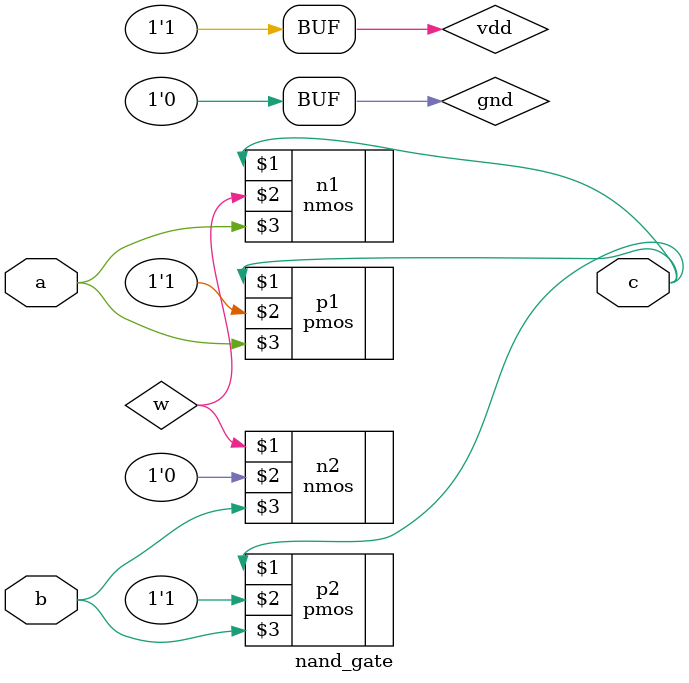
<source format=v>
module nand_gate(input a,b ,output c);
supply1 vdd;
supply0 gnd;
wire w;
pmos p1(c,vdd,a);
pmos p2(c,vdd,b);
nmos n1(c,w,a);
nmos n2(w,gnd,b);
endmodule

</source>
